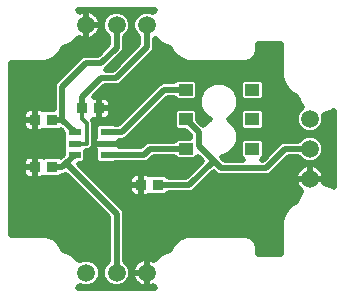
<source format=gtl>
G75*
%MOIN*%
%OFA0B0*%
%FSLAX25Y25*%
%IPPOS*%
%LPD*%
%AMOC8*
5,1,8,0,0,1.08239X$1,22.5*
%
%ADD10R,0.03740X0.03740*%
%ADD11C,0.05937*%
%ADD12R,0.04528X0.03937*%
%ADD13R,0.04134X0.02362*%
%ADD14C,0.02000*%
%ADD15C,0.01200*%
D10*
X0050327Y0044370D03*
X0056035Y0044370D03*
X0036350Y0069961D03*
X0030642Y0069961D03*
X0020602Y0066024D03*
X0014894Y0066024D03*
X0014894Y0050276D03*
X0020602Y0050276D03*
D11*
X0032118Y0015079D03*
X0042157Y0015079D03*
X0052197Y0015079D03*
X0106606Y0046339D03*
X0106606Y0056378D03*
X0106606Y0066417D03*
X0052197Y0097677D03*
X0042157Y0097677D03*
X0032118Y0097677D03*
D12*
X0065228Y0076063D03*
X0065228Y0066220D03*
X0065228Y0056378D03*
X0087472Y0056378D03*
X0087472Y0066220D03*
X0087472Y0076063D03*
D13*
X0038811Y0061890D03*
X0038811Y0058150D03*
X0038811Y0054409D03*
X0028181Y0054409D03*
X0028181Y0058150D03*
X0028181Y0061890D03*
D14*
X0023745Y0024297D02*
X0024449Y0022598D01*
X0024724Y0022598D01*
X0027574Y0021418D01*
X0029738Y0019254D01*
X0031170Y0019847D01*
X0033067Y0019847D01*
X0034819Y0019121D01*
X0036161Y0017780D01*
X0036887Y0016027D01*
X0036887Y0014130D01*
X0036161Y0012378D01*
X0034819Y0011036D01*
X0033067Y0010310D01*
X0031170Y0010310D01*
X0029914Y0010830D01*
X0029756Y0010449D01*
X0029357Y0010050D01*
X0054958Y0010050D01*
X0054559Y0010449D01*
X0054471Y0010661D01*
X0054104Y0010474D01*
X0053360Y0010233D01*
X0052588Y0010110D01*
X0052197Y0010110D01*
X0052197Y0015079D01*
X0052197Y0015079D01*
X0052197Y0020047D01*
X0052588Y0020047D01*
X0053360Y0019925D01*
X0054104Y0019683D01*
X0054702Y0019379D01*
X0056740Y0021418D01*
X0059591Y0022598D01*
X0059866Y0022598D01*
X0060570Y0024297D01*
X0060570Y0024297D01*
X0062821Y0026548D01*
X0062821Y0026548D01*
X0065762Y0027767D01*
X0085288Y0027767D01*
X0087144Y0026998D01*
X0088565Y0025577D01*
X0089333Y0023721D01*
X0089333Y0021270D01*
X0096950Y0021270D01*
X0096950Y0032773D01*
X0098168Y0035714D01*
X0098168Y0035714D01*
X0100420Y0037966D01*
X0100420Y0037966D01*
X0102118Y0038669D01*
X0102118Y0038944D01*
X0103299Y0041795D01*
X0103765Y0042261D01*
X0103370Y0042549D01*
X0102817Y0043102D01*
X0102357Y0043735D01*
X0102002Y0044431D01*
X0101760Y0045175D01*
X0101638Y0045948D01*
X0101638Y0046339D01*
X0106606Y0046339D01*
X0106606Y0051307D01*
X0106215Y0051307D01*
X0105443Y0051185D01*
X0104699Y0050943D01*
X0104002Y0050588D01*
X0103370Y0050128D01*
X0102817Y0049575D01*
X0102357Y0048943D01*
X0102002Y0048246D01*
X0101760Y0047502D01*
X0101638Y0046730D01*
X0101638Y0046339D01*
X0106606Y0046339D01*
X0106606Y0046339D01*
X0106606Y0046339D01*
X0106606Y0051307D01*
X0106997Y0051307D01*
X0107770Y0051185D01*
X0108514Y0050943D01*
X0109210Y0050588D01*
X0109843Y0050128D01*
X0110396Y0049575D01*
X0110856Y0048943D01*
X0111211Y0048246D01*
X0111452Y0047502D01*
X0111575Y0046730D01*
X0111575Y0046339D01*
X0106606Y0046339D01*
X0106606Y0046339D01*
X0111575Y0046339D01*
X0111575Y0045948D01*
X0111452Y0045175D01*
X0111443Y0045147D01*
X0114267Y0043977D01*
X0114667Y0043578D01*
X0114667Y0069178D01*
X0114267Y0068779D01*
X0111417Y0067598D01*
X0111278Y0067598D01*
X0111375Y0067366D01*
X0111375Y0065469D01*
X0110649Y0063716D01*
X0109307Y0062375D01*
X0107555Y0061649D01*
X0105658Y0061649D01*
X0103905Y0062375D01*
X0102564Y0063716D01*
X0101838Y0065469D01*
X0101838Y0067366D01*
X0102564Y0069118D01*
X0103853Y0070407D01*
X0103299Y0070961D01*
X0102118Y0073812D01*
X0102118Y0074087D01*
X0100420Y0074790D01*
X0100420Y0074790D01*
X0100420Y0074790D01*
X0098168Y0077042D01*
X0098168Y0077042D01*
X0096950Y0079983D01*
X0096950Y0091485D01*
X0089333Y0091485D01*
X0089333Y0089035D01*
X0088565Y0087179D01*
X0087144Y0085758D01*
X0085288Y0084989D01*
X0065762Y0084989D01*
X0062821Y0086208D01*
X0062821Y0086208D01*
X0060570Y0088459D01*
X0060570Y0088459D01*
X0059866Y0090157D01*
X0059591Y0090157D01*
X0056740Y0091338D01*
X0054997Y0093082D01*
X0054997Y0089640D01*
X0054571Y0088611D01*
X0044374Y0078414D01*
X0043586Y0077626D01*
X0042557Y0077200D01*
X0038160Y0077200D01*
X0034790Y0073831D01*
X0036350Y0073831D01*
X0036350Y0069961D01*
X0036350Y0069961D01*
X0036350Y0073831D01*
X0038484Y0073831D01*
X0038992Y0073694D01*
X0039448Y0073431D01*
X0039821Y0073059D01*
X0040084Y0072603D01*
X0040220Y0072094D01*
X0040220Y0069961D01*
X0036351Y0069961D01*
X0036351Y0069961D01*
X0040220Y0069961D01*
X0040220Y0067827D01*
X0040084Y0067319D01*
X0039821Y0066863D01*
X0039448Y0066490D01*
X0038992Y0066227D01*
X0038484Y0066091D01*
X0036350Y0066091D01*
X0036350Y0069960D01*
X0036350Y0069960D01*
X0036350Y0066091D01*
X0034305Y0066091D01*
X0034600Y0065377D01*
X0034600Y0057672D01*
X0034235Y0056790D01*
X0033559Y0056115D01*
X0032677Y0055750D01*
X0032048Y0055750D01*
X0032048Y0052483D01*
X0030994Y0051428D01*
X0029531Y0051428D01*
X0044531Y0036429D01*
X0044957Y0035399D01*
X0044957Y0019022D01*
X0046200Y0017780D01*
X0046926Y0016027D01*
X0046926Y0014130D01*
X0046200Y0012378D01*
X0044859Y0011036D01*
X0043106Y0010310D01*
X0041209Y0010310D01*
X0039456Y0011036D01*
X0038115Y0012378D01*
X0037389Y0014130D01*
X0037389Y0016027D01*
X0038115Y0017780D01*
X0039357Y0019022D01*
X0039357Y0033683D01*
X0025283Y0047757D01*
X0024604Y0047476D01*
X0024088Y0047476D01*
X0023218Y0046606D01*
X0017987Y0046606D01*
X0017862Y0046730D01*
X0017536Y0046542D01*
X0017027Y0046406D01*
X0014894Y0046406D01*
X0014894Y0050275D01*
X0014894Y0050275D01*
X0014894Y0046406D01*
X0012760Y0046406D01*
X0012252Y0046542D01*
X0011796Y0046805D01*
X0011423Y0047177D01*
X0011160Y0047634D01*
X0011024Y0048142D01*
X0011024Y0050276D01*
X0014894Y0050276D01*
X0014894Y0050276D01*
X0014894Y0054146D01*
X0017027Y0054146D01*
X0017536Y0054009D01*
X0017862Y0053821D01*
X0017987Y0053946D01*
X0023218Y0053946D01*
X0023488Y0053676D01*
X0023800Y0053988D01*
X0024314Y0054502D01*
X0024314Y0061797D01*
X0023488Y0062623D01*
X0023218Y0062354D01*
X0017987Y0062354D01*
X0017862Y0062478D01*
X0017536Y0062290D01*
X0017027Y0062154D01*
X0014894Y0062154D01*
X0014894Y0066023D01*
X0014894Y0066023D01*
X0014894Y0062154D01*
X0012760Y0062154D01*
X0012252Y0062290D01*
X0011796Y0062553D01*
X0011423Y0062926D01*
X0011160Y0063382D01*
X0011024Y0063890D01*
X0011024Y0066024D01*
X0014894Y0066024D01*
X0014894Y0066024D01*
X0014894Y0069894D01*
X0017027Y0069894D01*
X0017536Y0069757D01*
X0017862Y0069569D01*
X0017987Y0069694D01*
X0021247Y0069694D01*
X0021247Y0077604D01*
X0021674Y0078633D01*
X0022461Y0079421D01*
X0030414Y0087374D01*
X0031443Y0087800D01*
X0035840Y0087800D01*
X0039357Y0091317D01*
X0039357Y0093733D01*
X0038115Y0094976D01*
X0037389Y0096729D01*
X0037389Y0098626D01*
X0038115Y0100378D01*
X0039456Y0101720D01*
X0041209Y0102446D01*
X0043106Y0102446D01*
X0044859Y0101720D01*
X0046200Y0100378D01*
X0046926Y0098626D01*
X0046926Y0096729D01*
X0046200Y0094976D01*
X0044957Y0093733D01*
X0044957Y0089601D01*
X0044531Y0088571D01*
X0039374Y0083414D01*
X0038760Y0082800D01*
X0040840Y0082800D01*
X0049397Y0091357D01*
X0049397Y0093733D01*
X0048154Y0094976D01*
X0047428Y0096729D01*
X0047428Y0098626D01*
X0048154Y0100378D01*
X0049496Y0101720D01*
X0051248Y0102446D01*
X0053145Y0102446D01*
X0054401Y0101926D01*
X0054559Y0102307D01*
X0054958Y0102706D01*
X0029357Y0102706D01*
X0029756Y0102307D01*
X0029844Y0102095D01*
X0030211Y0102282D01*
X0030955Y0102523D01*
X0031727Y0102646D01*
X0032118Y0102646D01*
X0032118Y0097677D01*
X0032118Y0097677D01*
X0032118Y0092709D01*
X0031727Y0092709D01*
X0030955Y0092831D01*
X0030211Y0093073D01*
X0029613Y0093377D01*
X0027574Y0091338D01*
X0024724Y0090157D01*
X0024449Y0090157D01*
X0023745Y0088459D01*
X0023745Y0088459D01*
X0021494Y0086208D01*
X0021494Y0086208D01*
X0018552Y0084989D01*
X0007050Y0084989D01*
X0007050Y0027767D01*
X0018552Y0027767D01*
X0021494Y0026548D01*
X0021494Y0026548D01*
X0023745Y0024297D01*
X0023745Y0024297D01*
X0023057Y0024985D02*
X0039357Y0024985D01*
X0039357Y0026984D02*
X0020443Y0026984D01*
X0024288Y0022987D02*
X0039357Y0022987D01*
X0039357Y0020988D02*
X0028004Y0020988D01*
X0034951Y0018990D02*
X0039325Y0018990D01*
X0037788Y0016991D02*
X0036487Y0016991D01*
X0036887Y0014993D02*
X0037389Y0014993D01*
X0037860Y0012994D02*
X0036416Y0012994D01*
X0034721Y0010996D02*
X0039554Y0010996D01*
X0042157Y0015079D02*
X0042157Y0034843D01*
X0025386Y0051614D01*
X0028181Y0054409D01*
X0029994Y0050966D02*
X0069006Y0050966D01*
X0068238Y0052609D02*
X0069292Y0053664D01*
X0069292Y0053748D01*
X0070540Y0052500D01*
X0065210Y0047170D01*
X0059521Y0047170D01*
X0058651Y0048040D01*
X0053420Y0048040D01*
X0053295Y0047915D01*
X0052969Y0048104D01*
X0052460Y0048240D01*
X0050327Y0048240D01*
X0050327Y0044370D01*
X0050327Y0040500D01*
X0052460Y0040500D01*
X0052969Y0040636D01*
X0053295Y0040825D01*
X0053420Y0040700D01*
X0058651Y0040700D01*
X0059521Y0041570D01*
X0066927Y0041570D01*
X0067956Y0041996D01*
X0074500Y0048540D01*
X0074626Y0048414D01*
X0075414Y0047626D01*
X0076443Y0047200D01*
X0092557Y0047200D01*
X0093586Y0047626D01*
X0099538Y0053578D01*
X0102663Y0053578D01*
X0103905Y0052335D01*
X0105658Y0051609D01*
X0107555Y0051609D01*
X0109307Y0052335D01*
X0110649Y0053677D01*
X0111375Y0055429D01*
X0111375Y0057326D01*
X0110649Y0059079D01*
X0109307Y0060420D01*
X0107555Y0061146D01*
X0105658Y0061146D01*
X0103905Y0060420D01*
X0102663Y0059178D01*
X0097821Y0059178D01*
X0096792Y0058752D01*
X0096004Y0057964D01*
X0090840Y0052800D01*
X0090672Y0052800D01*
X0091536Y0053664D01*
X0091536Y0059092D01*
X0090482Y0060146D01*
X0084463Y0060146D01*
X0083409Y0059092D01*
X0083409Y0053664D01*
X0084273Y0052800D01*
X0078160Y0052800D01*
X0077318Y0053642D01*
X0077678Y0053642D01*
X0080130Y0054658D01*
X0082008Y0056535D01*
X0083024Y0058988D01*
X0083024Y0061642D01*
X0082008Y0064095D01*
X0080130Y0065972D01*
X0079531Y0066220D01*
X0080130Y0066469D01*
X0082008Y0068346D01*
X0083024Y0070799D01*
X0083024Y0073453D01*
X0082008Y0075906D01*
X0080130Y0077783D01*
X0077678Y0078799D01*
X0075023Y0078799D01*
X0072570Y0077783D01*
X0070693Y0075906D01*
X0069677Y0073453D01*
X0069677Y0070799D01*
X0070693Y0068346D01*
X0072570Y0066469D01*
X0073170Y0066220D01*
X0072570Y0065972D01*
X0071003Y0064405D01*
X0069292Y0066116D01*
X0069292Y0068935D01*
X0068238Y0069989D01*
X0062219Y0069989D01*
X0061165Y0068935D01*
X0061165Y0063506D01*
X0062219Y0062452D01*
X0065037Y0062452D01*
X0066700Y0060789D01*
X0066700Y0060146D01*
X0062219Y0060146D01*
X0061250Y0059178D01*
X0052821Y0059178D01*
X0051792Y0058752D01*
X0051004Y0057964D01*
X0050250Y0057209D01*
X0042878Y0057209D01*
X0042878Y0058150D01*
X0042878Y0059090D01*
X0044447Y0059090D01*
X0045476Y0059516D01*
X0059223Y0073263D01*
X0061250Y0073263D01*
X0062219Y0072294D01*
X0068238Y0072294D01*
X0069292Y0073349D01*
X0069292Y0078777D01*
X0068238Y0079831D01*
X0062219Y0079831D01*
X0061250Y0078863D01*
X0057506Y0078863D01*
X0056477Y0078437D01*
X0055689Y0077649D01*
X0042730Y0064690D01*
X0041805Y0064690D01*
X0041624Y0064871D01*
X0035998Y0064871D01*
X0034944Y0063816D01*
X0034944Y0060213D01*
X0034880Y0060103D01*
X0034744Y0059594D01*
X0034744Y0058150D01*
X0038811Y0058150D01*
X0038811Y0058150D01*
X0042878Y0058150D01*
X0038811Y0058150D01*
X0038811Y0058150D01*
X0034744Y0058150D01*
X0034744Y0056705D01*
X0034880Y0056197D01*
X0034944Y0056086D01*
X0034944Y0052483D01*
X0035998Y0051428D01*
X0041624Y0051428D01*
X0041805Y0051609D01*
X0051966Y0051609D01*
X0052996Y0052036D01*
X0054538Y0053578D01*
X0061250Y0053578D01*
X0062219Y0052609D01*
X0068238Y0052609D01*
X0068593Y0052964D02*
X0070076Y0052964D01*
X0074500Y0052500D02*
X0066370Y0044370D01*
X0056035Y0044370D01*
X0058924Y0040973D02*
X0102959Y0040973D01*
X0102947Y0042972D02*
X0068932Y0042972D01*
X0070930Y0044970D02*
X0101827Y0044970D01*
X0101676Y0046969D02*
X0072929Y0046969D01*
X0077000Y0050000D02*
X0092000Y0050000D01*
X0098378Y0056378D01*
X0106606Y0056378D01*
X0110698Y0058960D02*
X0114667Y0058960D01*
X0114667Y0060958D02*
X0108009Y0060958D01*
X0109889Y0062957D02*
X0114667Y0062957D01*
X0114667Y0064955D02*
X0111162Y0064955D01*
X0111375Y0066954D02*
X0114667Y0066954D01*
X0114667Y0068952D02*
X0114441Y0068952D01*
X0105204Y0060958D02*
X0083024Y0060958D01*
X0082479Y0062957D02*
X0083958Y0062957D01*
X0084463Y0062452D02*
X0083409Y0063506D01*
X0083409Y0068935D01*
X0084463Y0069989D01*
X0090482Y0069989D01*
X0091536Y0068935D01*
X0091536Y0063506D01*
X0090482Y0062452D01*
X0084463Y0062452D01*
X0083409Y0064955D02*
X0081147Y0064955D01*
X0080616Y0066954D02*
X0083409Y0066954D01*
X0083426Y0068952D02*
X0082259Y0068952D01*
X0083024Y0070951D02*
X0103309Y0070951D01*
X0102495Y0068952D02*
X0091518Y0068952D01*
X0091536Y0066954D02*
X0101838Y0066954D01*
X0102050Y0064955D02*
X0091536Y0064955D01*
X0090987Y0062957D02*
X0103323Y0062957D01*
X0097294Y0058960D02*
X0091536Y0058960D01*
X0091536Y0056961D02*
X0095002Y0056961D01*
X0093003Y0054963D02*
X0091536Y0054963D01*
X0091004Y0052964D02*
X0090837Y0052964D01*
X0094927Y0048967D02*
X0102375Y0048967D01*
X0104769Y0050966D02*
X0096926Y0050966D01*
X0098924Y0052964D02*
X0103276Y0052964D01*
X0106606Y0050966D02*
X0106606Y0050966D01*
X0108444Y0050966D02*
X0114667Y0050966D01*
X0114667Y0052964D02*
X0109936Y0052964D01*
X0111181Y0054963D02*
X0114667Y0054963D01*
X0114667Y0056961D02*
X0111375Y0056961D01*
X0110838Y0048967D02*
X0114667Y0048967D01*
X0114667Y0046969D02*
X0111537Y0046969D01*
X0111869Y0044970D02*
X0114667Y0044970D01*
X0106606Y0046969D02*
X0106606Y0046969D01*
X0106606Y0048967D02*
X0106606Y0048967D01*
X0102131Y0038975D02*
X0041985Y0038975D01*
X0039987Y0040973D02*
X0047155Y0040973D01*
X0047229Y0040900D02*
X0047685Y0040636D01*
X0048193Y0040500D01*
X0050327Y0040500D01*
X0050327Y0044370D01*
X0050327Y0044370D01*
X0050327Y0044370D01*
X0050327Y0048240D01*
X0048193Y0048240D01*
X0047685Y0048104D01*
X0047229Y0047841D01*
X0046856Y0047468D01*
X0046593Y0047012D01*
X0046457Y0046503D01*
X0046457Y0044370D01*
X0046457Y0042237D01*
X0046593Y0041728D01*
X0046856Y0041272D01*
X0047229Y0040900D01*
X0046457Y0042972D02*
X0037988Y0042972D01*
X0035990Y0044970D02*
X0046457Y0044970D01*
X0046457Y0044370D02*
X0050327Y0044370D01*
X0046457Y0044370D01*
X0046581Y0046969D02*
X0033991Y0046969D01*
X0031993Y0048967D02*
X0067007Y0048967D01*
X0061864Y0052964D02*
X0053924Y0052964D01*
X0051409Y0054409D02*
X0053378Y0056378D01*
X0065228Y0056378D01*
X0069500Y0057500D02*
X0074500Y0052500D01*
X0077000Y0050000D01*
X0077996Y0052964D02*
X0084108Y0052964D01*
X0083409Y0054963D02*
X0080436Y0054963D01*
X0082184Y0056961D02*
X0083409Y0056961D01*
X0083409Y0058960D02*
X0083012Y0058960D01*
X0071553Y0064955D02*
X0070453Y0064955D01*
X0069292Y0066954D02*
X0072085Y0066954D01*
X0070442Y0068952D02*
X0069274Y0068952D01*
X0069677Y0070951D02*
X0056911Y0070951D01*
X0054912Y0068952D02*
X0061182Y0068952D01*
X0061165Y0066954D02*
X0052914Y0066954D01*
X0050915Y0064955D02*
X0061165Y0064955D01*
X0061714Y0062957D02*
X0048917Y0062957D01*
X0046918Y0060958D02*
X0066531Y0060958D01*
X0069500Y0061949D02*
X0069500Y0057500D01*
X0069500Y0061949D02*
X0065228Y0066220D01*
X0061564Y0072949D02*
X0058909Y0072949D01*
X0058063Y0076063D02*
X0065228Y0076063D01*
X0069292Y0076946D02*
X0071733Y0076946D01*
X0070296Y0074948D02*
X0069292Y0074948D01*
X0069677Y0072949D02*
X0068893Y0072949D01*
X0069124Y0078945D02*
X0083577Y0078945D01*
X0083409Y0078777D02*
X0084463Y0079831D01*
X0090482Y0079831D01*
X0091536Y0078777D01*
X0091536Y0073349D01*
X0090482Y0072294D01*
X0084463Y0072294D01*
X0083409Y0073349D01*
X0083409Y0078777D01*
X0083409Y0076946D02*
X0080967Y0076946D01*
X0082405Y0074948D02*
X0083409Y0074948D01*
X0083024Y0072949D02*
X0083808Y0072949D01*
X0091137Y0072949D02*
X0102475Y0072949D01*
X0100262Y0074948D02*
X0091536Y0074948D01*
X0091536Y0076946D02*
X0098264Y0076946D01*
X0097380Y0078945D02*
X0091368Y0078945D01*
X0096950Y0080943D02*
X0046903Y0080943D01*
X0044905Y0078945D02*
X0061332Y0078945D01*
X0058063Y0076063D02*
X0043890Y0061890D01*
X0038811Y0061890D01*
X0034944Y0060958D02*
X0034600Y0060958D01*
X0034600Y0062957D02*
X0034944Y0062957D01*
X0034600Y0064955D02*
X0042996Y0064955D01*
X0044994Y0066954D02*
X0039874Y0066954D01*
X0040220Y0068952D02*
X0046993Y0068952D01*
X0048991Y0070951D02*
X0040220Y0070951D01*
X0039884Y0072949D02*
X0050990Y0072949D01*
X0052988Y0074948D02*
X0035908Y0074948D01*
X0036350Y0072949D02*
X0036350Y0072949D01*
X0036350Y0070951D02*
X0036350Y0070951D01*
X0036350Y0068952D02*
X0036350Y0068952D01*
X0036350Y0066954D02*
X0036350Y0066954D01*
X0030642Y0069961D02*
X0030642Y0073642D01*
X0037000Y0080000D01*
X0042000Y0080000D01*
X0052197Y0090197D01*
X0052197Y0097677D01*
X0048705Y0100929D02*
X0045650Y0100929D01*
X0046800Y0098930D02*
X0047554Y0098930D01*
X0047428Y0096932D02*
X0046926Y0096932D01*
X0046157Y0094933D02*
X0048197Y0094933D01*
X0049397Y0092934D02*
X0044957Y0092934D01*
X0044957Y0090936D02*
X0048976Y0090936D01*
X0046978Y0088937D02*
X0044683Y0088937D01*
X0044979Y0086939D02*
X0042899Y0086939D01*
X0042981Y0084940D02*
X0040900Y0084940D01*
X0040982Y0082942D02*
X0038902Y0082942D01*
X0037000Y0085000D02*
X0032000Y0085000D01*
X0024047Y0077047D01*
X0024047Y0066024D01*
X0028181Y0061890D01*
X0024314Y0060958D02*
X0007050Y0060958D01*
X0007050Y0062957D02*
X0011405Y0062957D01*
X0011024Y0064955D02*
X0007050Y0064955D01*
X0007050Y0066954D02*
X0011024Y0066954D01*
X0011024Y0066024D02*
X0011024Y0068157D01*
X0011160Y0068666D01*
X0011423Y0069122D01*
X0011796Y0069494D01*
X0012252Y0069757D01*
X0012760Y0069894D01*
X0014894Y0069894D01*
X0014894Y0066024D01*
X0014894Y0066024D01*
X0011024Y0066024D01*
X0011325Y0068952D02*
X0007050Y0068952D01*
X0007050Y0070951D02*
X0021247Y0070951D01*
X0021247Y0072949D02*
X0007050Y0072949D01*
X0007050Y0074948D02*
X0021247Y0074948D01*
X0021247Y0076946D02*
X0007050Y0076946D01*
X0007050Y0078945D02*
X0021985Y0078945D01*
X0023984Y0080943D02*
X0007050Y0080943D01*
X0007050Y0082942D02*
X0025982Y0082942D01*
X0027981Y0084940D02*
X0007050Y0084940D01*
X0022225Y0086939D02*
X0029979Y0086939D01*
X0026603Y0090936D02*
X0038976Y0090936D01*
X0039357Y0092934D02*
X0033600Y0092934D01*
X0033282Y0092831D02*
X0034025Y0093073D01*
X0034722Y0093428D01*
X0035355Y0093887D01*
X0035908Y0094440D01*
X0036368Y0095073D01*
X0036723Y0095770D01*
X0036964Y0096514D01*
X0037087Y0097286D01*
X0037087Y0097677D01*
X0032118Y0097677D01*
X0032118Y0092709D01*
X0032509Y0092709D01*
X0033282Y0092831D01*
X0032118Y0092934D02*
X0032118Y0092934D01*
X0030636Y0092934D02*
X0029171Y0092934D01*
X0032118Y0094933D02*
X0032118Y0094933D01*
X0032118Y0096932D02*
X0032118Y0096932D01*
X0032118Y0097677D02*
X0032118Y0097677D01*
X0032118Y0097677D01*
X0037087Y0097677D01*
X0037087Y0098068D01*
X0036964Y0098841D01*
X0036723Y0099584D01*
X0036368Y0100281D01*
X0035908Y0100914D01*
X0035355Y0101467D01*
X0034722Y0101927D01*
X0034025Y0102282D01*
X0033282Y0102523D01*
X0032509Y0102646D01*
X0032118Y0102646D01*
X0032118Y0097677D01*
X0032118Y0098930D02*
X0032118Y0098930D01*
X0032118Y0100929D02*
X0032118Y0100929D01*
X0035893Y0100929D02*
X0038665Y0100929D01*
X0037515Y0098930D02*
X0036935Y0098930D01*
X0037030Y0096932D02*
X0037389Y0096932D01*
X0038158Y0094933D02*
X0036266Y0094933D01*
X0042157Y0097677D02*
X0042157Y0090157D01*
X0037000Y0085000D01*
X0036978Y0088937D02*
X0023943Y0088937D01*
X0037906Y0076946D02*
X0054987Y0076946D01*
X0055689Y0077649D02*
X0055689Y0077649D01*
X0048902Y0082942D02*
X0096950Y0082942D01*
X0096950Y0084940D02*
X0050900Y0084940D01*
X0052899Y0086939D02*
X0062090Y0086939D01*
X0060372Y0088937D02*
X0054706Y0088937D01*
X0054997Y0090936D02*
X0057712Y0090936D01*
X0055144Y0092934D02*
X0054997Y0092934D01*
X0024047Y0066024D02*
X0020602Y0066024D01*
X0014894Y0066954D02*
X0014894Y0066954D01*
X0014894Y0068952D02*
X0014894Y0068952D01*
X0014894Y0064955D02*
X0014894Y0064955D01*
X0014894Y0062957D02*
X0014894Y0062957D01*
X0007050Y0058960D02*
X0024314Y0058960D01*
X0024314Y0056961D02*
X0007050Y0056961D01*
X0007050Y0054963D02*
X0024314Y0054963D01*
X0025386Y0051614D02*
X0024047Y0050276D01*
X0020602Y0050276D01*
X0023581Y0046969D02*
X0026071Y0046969D01*
X0028070Y0044970D02*
X0007050Y0044970D01*
X0007050Y0042972D02*
X0030068Y0042972D01*
X0032067Y0040973D02*
X0007050Y0040973D01*
X0007050Y0038975D02*
X0034066Y0038975D01*
X0036064Y0036976D02*
X0007050Y0036976D01*
X0007050Y0034978D02*
X0038063Y0034978D01*
X0039357Y0032979D02*
X0007050Y0032979D01*
X0007050Y0030981D02*
X0039357Y0030981D01*
X0039357Y0028982D02*
X0007050Y0028982D01*
X0007050Y0046969D02*
X0011632Y0046969D01*
X0011024Y0048967D02*
X0007050Y0048967D01*
X0007050Y0050966D02*
X0011024Y0050966D01*
X0011024Y0050276D02*
X0011024Y0052409D01*
X0011160Y0052918D01*
X0011423Y0053374D01*
X0011796Y0053746D01*
X0012252Y0054009D01*
X0012760Y0054146D01*
X0014894Y0054146D01*
X0014894Y0050276D01*
X0014894Y0050276D01*
X0011024Y0050276D01*
X0011187Y0052964D02*
X0007050Y0052964D01*
X0014894Y0052964D02*
X0014894Y0052964D01*
X0014894Y0050966D02*
X0014894Y0050966D01*
X0014894Y0048967D02*
X0014894Y0048967D01*
X0014894Y0046969D02*
X0014894Y0046969D01*
X0032048Y0052964D02*
X0034944Y0052964D01*
X0034944Y0054963D02*
X0032048Y0054963D01*
X0034306Y0056961D02*
X0034744Y0056961D01*
X0034744Y0058960D02*
X0034600Y0058960D01*
X0038811Y0054409D02*
X0051409Y0054409D01*
X0052294Y0058960D02*
X0042878Y0058960D01*
X0050327Y0046969D02*
X0050327Y0046969D01*
X0050327Y0044970D02*
X0050327Y0044970D01*
X0050327Y0044370D02*
X0050327Y0044370D01*
X0050327Y0042972D02*
X0050327Y0042972D01*
X0050327Y0040973D02*
X0050327Y0040973D01*
X0043984Y0036976D02*
X0099430Y0036976D01*
X0097863Y0034978D02*
X0044957Y0034978D01*
X0044957Y0032979D02*
X0097035Y0032979D01*
X0096950Y0030981D02*
X0044957Y0030981D01*
X0044957Y0028982D02*
X0096950Y0028982D01*
X0096950Y0026984D02*
X0087158Y0026984D01*
X0088810Y0024985D02*
X0096950Y0024985D01*
X0096950Y0022987D02*
X0089333Y0022987D01*
X0063872Y0026984D02*
X0044957Y0026984D01*
X0044957Y0024985D02*
X0061258Y0024985D01*
X0060570Y0024297D02*
X0060570Y0024297D01*
X0060027Y0022987D02*
X0044957Y0022987D01*
X0044957Y0020988D02*
X0056311Y0020988D01*
X0052197Y0020047D02*
X0051806Y0020047D01*
X0051033Y0019925D01*
X0050290Y0019683D01*
X0049593Y0019328D01*
X0048960Y0018868D01*
X0048407Y0018315D01*
X0047947Y0017683D01*
X0047592Y0016986D01*
X0047351Y0016242D01*
X0047228Y0015470D01*
X0047228Y0015079D01*
X0052197Y0015079D01*
X0052197Y0020047D01*
X0052197Y0018990D02*
X0052197Y0018990D01*
X0052197Y0016991D02*
X0052197Y0016991D01*
X0052197Y0015079D02*
X0052197Y0015079D01*
X0052197Y0015079D01*
X0047228Y0015079D01*
X0047228Y0014688D01*
X0047351Y0013915D01*
X0047592Y0013171D01*
X0047947Y0012475D01*
X0048407Y0011842D01*
X0048960Y0011289D01*
X0049593Y0010829D01*
X0050290Y0010474D01*
X0051033Y0010233D01*
X0051806Y0010110D01*
X0052197Y0010110D01*
X0052197Y0015079D01*
X0052197Y0014993D02*
X0052197Y0014993D01*
X0052197Y0012994D02*
X0052197Y0012994D01*
X0052197Y0010996D02*
X0052197Y0010996D01*
X0049364Y0010996D02*
X0044760Y0010996D01*
X0046455Y0012994D02*
X0047683Y0012994D01*
X0047228Y0014993D02*
X0046926Y0014993D01*
X0046527Y0016991D02*
X0047595Y0016991D01*
X0049127Y0018990D02*
X0044990Y0018990D01*
X0088325Y0086939D02*
X0096950Y0086939D01*
X0096950Y0088937D02*
X0089293Y0088937D01*
X0089333Y0090936D02*
X0096950Y0090936D01*
D15*
X0032200Y0064900D02*
X0032200Y0058150D01*
X0028181Y0058150D01*
X0032200Y0064900D02*
X0030642Y0066458D01*
X0030642Y0069961D01*
M02*

</source>
